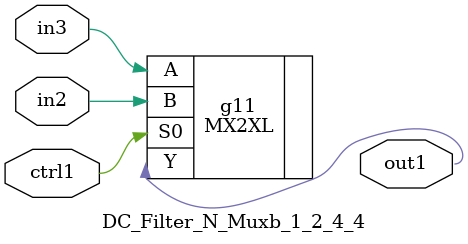
<source format=v>
`timescale 1ps / 1ps


module DC_Filter_N_Muxb_1_2_4_4(in3, in2, ctrl1, out1);
  input in3, in2, ctrl1;
  output out1;
  wire in3, in2, ctrl1;
  wire out1;
  MX2XL g11(.A (in3), .B (in2), .S0 (ctrl1), .Y (out1));
endmodule



</source>
